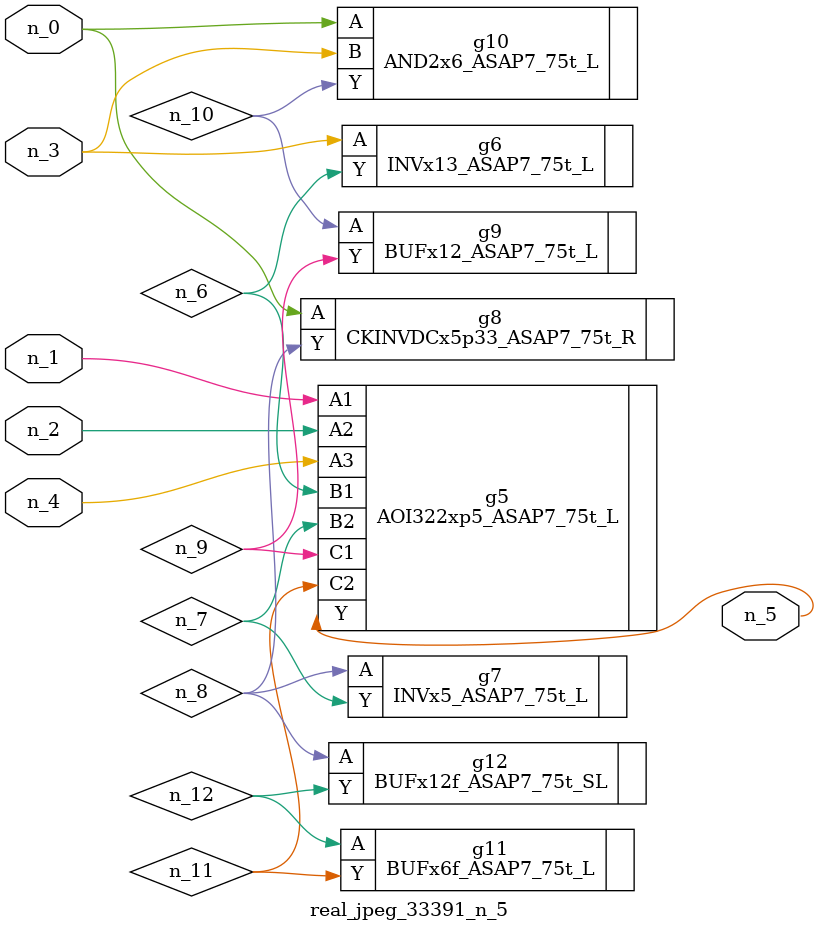
<source format=v>
module real_jpeg_33391_n_5 (n_4, n_0, n_1, n_2, n_3, n_5);

input n_4;
input n_0;
input n_1;
input n_2;
input n_3;

output n_5;

wire n_12;
wire n_8;
wire n_11;
wire n_6;
wire n_7;
wire n_10;
wire n_9;

CKINVDCx5p33_ASAP7_75t_R g8 ( 
.A(n_0),
.Y(n_8)
);

AND2x6_ASAP7_75t_L g10 ( 
.A(n_0),
.B(n_3),
.Y(n_10)
);

AOI322xp5_ASAP7_75t_L g5 ( 
.A1(n_1),
.A2(n_2),
.A3(n_4),
.B1(n_6),
.B2(n_7),
.C1(n_9),
.C2(n_11),
.Y(n_5)
);

INVx13_ASAP7_75t_L g6 ( 
.A(n_3),
.Y(n_6)
);

INVx5_ASAP7_75t_L g7 ( 
.A(n_8),
.Y(n_7)
);

BUFx12f_ASAP7_75t_SL g12 ( 
.A(n_8),
.Y(n_12)
);

BUFx12_ASAP7_75t_L g9 ( 
.A(n_10),
.Y(n_9)
);

BUFx6f_ASAP7_75t_L g11 ( 
.A(n_12),
.Y(n_11)
);


endmodule
</source>
